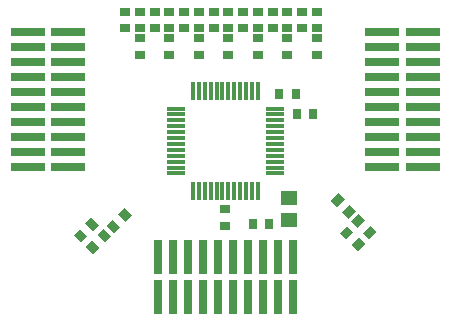
<source format=gtp>
G04 #@! TF.FileFunction,Paste,Top*
%FSLAX46Y46*%
G04 Gerber Fmt 4.6, Leading zero omitted, Abs format (unit mm)*
G04 Created by KiCad (PCBNEW 4.0.2+e4-6225~38~ubuntu14.04.1-stable) date Fri 17 Jun 2016 18:56:52 BST*
%MOMM*%
G01*
G04 APERTURE LIST*
%ADD10C,0.100000*%
%ADD11R,1.500000X0.300000*%
%ADD12R,0.300000X1.500000*%
%ADD13R,2.920000X0.740000*%
%ADD14R,0.740000X2.920000*%
%ADD15R,0.900000X0.750000*%
%ADD16R,0.750000X0.900000*%
%ADD17R,1.450000X1.150000*%
G04 APERTURE END LIST*
D10*
D11*
X104200000Y-106250000D03*
X104200000Y-105750000D03*
X104200000Y-105250000D03*
X104200000Y-104750000D03*
X104200000Y-104250000D03*
X104200000Y-103750000D03*
X104200000Y-103250000D03*
X104200000Y-102750000D03*
X104200000Y-102250000D03*
X104200000Y-101750000D03*
X104200000Y-101250000D03*
X104200000Y-100750000D03*
D12*
X102750000Y-99300000D03*
X102250000Y-99300000D03*
X101750000Y-99300000D03*
X101250000Y-99300000D03*
X100750000Y-99300000D03*
X100250000Y-99300000D03*
X99750000Y-99300000D03*
X99250000Y-99300000D03*
X98750000Y-99300000D03*
X98250000Y-99300000D03*
X97750000Y-99300000D03*
X97250000Y-99300000D03*
D11*
X95800000Y-100750000D03*
X95800000Y-101250000D03*
X95800000Y-101750000D03*
X95800000Y-102250000D03*
X95800000Y-102750000D03*
X95800000Y-103250000D03*
X95800000Y-103750000D03*
X95800000Y-104250000D03*
X95800000Y-104750000D03*
X95800000Y-105250000D03*
X95800000Y-105750000D03*
X95800000Y-106250000D03*
D12*
X97250000Y-107700000D03*
X97750000Y-107700000D03*
X98250000Y-107700000D03*
X98750000Y-107700000D03*
X99250000Y-107700000D03*
X99750000Y-107700000D03*
X100250000Y-107700000D03*
X100750000Y-107700000D03*
X101250000Y-107700000D03*
X101750000Y-107700000D03*
X102250000Y-107700000D03*
X102750000Y-107700000D03*
D13*
X83285000Y-94285000D03*
X86715000Y-94285000D03*
X83285000Y-95555000D03*
X86715000Y-95555000D03*
X83285000Y-96825000D03*
X86715000Y-96825000D03*
X83285000Y-98095000D03*
X86715000Y-98095000D03*
X83285000Y-99365000D03*
X86715000Y-99365000D03*
X83285000Y-100635000D03*
X86715000Y-100635000D03*
X83285000Y-101905000D03*
X86715000Y-101905000D03*
X83285000Y-103175000D03*
X86715000Y-103175000D03*
X83285000Y-104445000D03*
X86715000Y-104445000D03*
X83285000Y-105715000D03*
X86715000Y-105715000D03*
X113285000Y-94285000D03*
X116715000Y-94285000D03*
X113285000Y-95555000D03*
X116715000Y-95555000D03*
X113285000Y-96825000D03*
X116715000Y-96825000D03*
X113285000Y-98095000D03*
X116715000Y-98095000D03*
X113285000Y-99365000D03*
X116715000Y-99365000D03*
X113285000Y-100635000D03*
X116715000Y-100635000D03*
X113285000Y-101905000D03*
X116715000Y-101905000D03*
X113285000Y-103175000D03*
X116715000Y-103175000D03*
X113285000Y-104445000D03*
X116715000Y-104445000D03*
X113285000Y-105715000D03*
X116715000Y-105715000D03*
D14*
X94285000Y-116715000D03*
X94285000Y-113285000D03*
X95555000Y-116715000D03*
X95555000Y-113285000D03*
X96825000Y-116715000D03*
X96825000Y-113285000D03*
X98095000Y-116715000D03*
X98095000Y-113285000D03*
X99365000Y-116715000D03*
X99365000Y-113285000D03*
X100635000Y-116715000D03*
X100635000Y-113285000D03*
X101905000Y-116715000D03*
X101905000Y-113285000D03*
X103175000Y-116715000D03*
X103175000Y-113285000D03*
X104445000Y-116715000D03*
X104445000Y-113285000D03*
X105715000Y-116715000D03*
X105715000Y-113285000D03*
D15*
X91500000Y-93950000D03*
X91500000Y-92550000D03*
X92750000Y-93950000D03*
X92750000Y-92550000D03*
X101500000Y-93950000D03*
X101500000Y-92550000D03*
X102750000Y-93950000D03*
X102750000Y-92550000D03*
X94000000Y-93950000D03*
X94000000Y-92550000D03*
X95250000Y-93950000D03*
X95250000Y-92550000D03*
X104000000Y-93950000D03*
X104000000Y-92550000D03*
X105250000Y-93950000D03*
X105250000Y-92550000D03*
X96500000Y-93950000D03*
X96500000Y-92550000D03*
X97750000Y-93950000D03*
X97750000Y-92550000D03*
X106500000Y-93950000D03*
X106500000Y-92550000D03*
X107750000Y-93950000D03*
X107750000Y-92550000D03*
D10*
G36*
X88661612Y-109951992D02*
X89298008Y-110588388D01*
X88767678Y-111118718D01*
X88131282Y-110482322D01*
X88661612Y-109951992D01*
X88661612Y-109951992D01*
G37*
G36*
X87671662Y-110941942D02*
X88308058Y-111578338D01*
X87777728Y-112108668D01*
X87141332Y-111472272D01*
X87671662Y-110941942D01*
X87671662Y-110941942D01*
G37*
G36*
X89691942Y-110921662D02*
X90328338Y-111558058D01*
X89798008Y-112088388D01*
X89161612Y-111451992D01*
X89691942Y-110921662D01*
X89691942Y-110921662D01*
G37*
G36*
X88701992Y-111911612D02*
X89338388Y-112548008D01*
X88808058Y-113078338D01*
X88171662Y-112441942D01*
X88701992Y-111911612D01*
X88701992Y-111911612D01*
G37*
D15*
X99000000Y-93950000D03*
X99000000Y-92550000D03*
X100250000Y-93950000D03*
X100250000Y-92550000D03*
D10*
G36*
X109671662Y-111308058D02*
X110308058Y-110671662D01*
X110838388Y-111201992D01*
X110201992Y-111838388D01*
X109671662Y-111308058D01*
X109671662Y-111308058D01*
G37*
G36*
X110661612Y-112298008D02*
X111298008Y-111661612D01*
X111828338Y-112191942D01*
X111191942Y-112828338D01*
X110661612Y-112298008D01*
X110661612Y-112298008D01*
G37*
G36*
X110671662Y-110308058D02*
X111308058Y-109671662D01*
X111838388Y-110201992D01*
X111201992Y-110838388D01*
X110671662Y-110308058D01*
X110671662Y-110308058D01*
G37*
G36*
X111661612Y-111298008D02*
X112298008Y-110661612D01*
X112828338Y-111191942D01*
X112191942Y-111828338D01*
X111661612Y-111298008D01*
X111661612Y-111298008D01*
G37*
D15*
X92750000Y-96200000D03*
X92750000Y-94800000D03*
X102750000Y-96200000D03*
X102750000Y-94800000D03*
X95250000Y-96200000D03*
X95250000Y-94800000D03*
X105250000Y-96200000D03*
X105250000Y-94800000D03*
X97750000Y-96200000D03*
X97750000Y-94800000D03*
X107750000Y-96200000D03*
X107750000Y-94800000D03*
D10*
G36*
X91441942Y-109171662D02*
X92078338Y-109808058D01*
X91548008Y-110338388D01*
X90911612Y-109701992D01*
X91441942Y-109171662D01*
X91441942Y-109171662D01*
G37*
G36*
X90451992Y-110161612D02*
X91088388Y-110798008D01*
X90558058Y-111328338D01*
X89921662Y-110691942D01*
X90451992Y-110161612D01*
X90451992Y-110161612D01*
G37*
D15*
X100250000Y-96200000D03*
X100250000Y-94800000D03*
D10*
G36*
X108921662Y-108558058D02*
X109558058Y-107921662D01*
X110088388Y-108451992D01*
X109451992Y-109088388D01*
X108921662Y-108558058D01*
X108921662Y-108558058D01*
G37*
G36*
X109911612Y-109548008D02*
X110548008Y-108911612D01*
X111078338Y-109441942D01*
X110441942Y-110078338D01*
X109911612Y-109548008D01*
X109911612Y-109548008D01*
G37*
D16*
X102300000Y-110500000D03*
X103700000Y-110500000D03*
D15*
X100000000Y-110700000D03*
X100000000Y-109300000D03*
D16*
X107450000Y-101250000D03*
X106050000Y-101250000D03*
X105950000Y-99500000D03*
X104550000Y-99500000D03*
D17*
X105350000Y-108350000D03*
X105350000Y-110150000D03*
M02*

</source>
